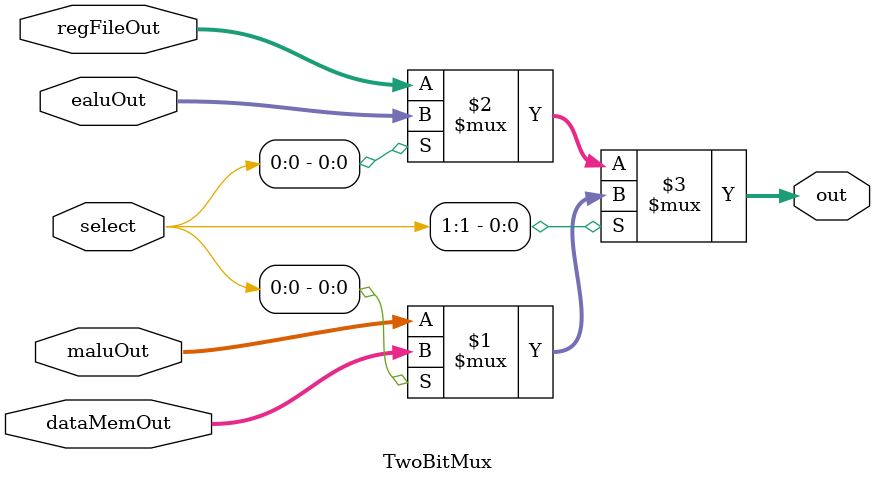
<source format=v>
module TwoBitMux(
input [1:0] select,
input [31:0] regFileOut, ealuOut, maluOut, dataMemOut,
output [31:0] out
    );
    
    assign out = select[1] ? (select[0] ? dataMemOut : maluOut) : (select[0] ? ealuOut : regFileOut);
    
endmodule

</source>
